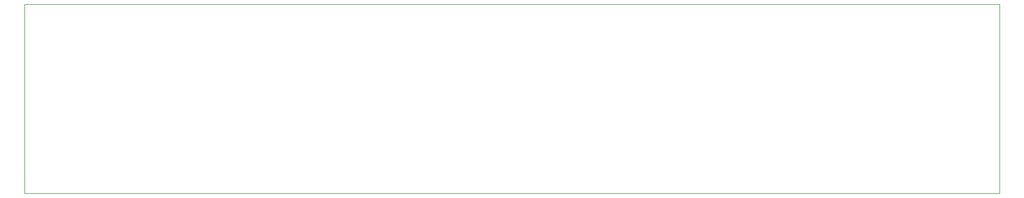
<source format=gbr>
%TF.GenerationSoftware,KiCad,Pcbnew,8.0.2*%
%TF.CreationDate,2024-11-22T23:26:06-05:00*%
%TF.ProjectId,PCB_Ruler_V1_2024,5043425f-5275-46c6-9572-5f56315f3230,rev?*%
%TF.SameCoordinates,Original*%
%TF.FileFunction,Profile,NP*%
%FSLAX46Y46*%
G04 Gerber Fmt 4.6, Leading zero omitted, Abs format (unit mm)*
G04 Created by KiCad (PCBNEW 8.0.2) date 2024-11-22 23:26:06*
%MOMM*%
%LPD*%
G01*
G04 APERTURE LIST*
%TA.AperFunction,Profile*%
%ADD10C,0.050000*%
%TD*%
G04 APERTURE END LIST*
D10*
X98500000Y-122500000D02*
X253500000Y-122500000D01*
X253500000Y-152500000D01*
X98500000Y-152500000D01*
X98500000Y-122500000D01*
M02*

</source>
